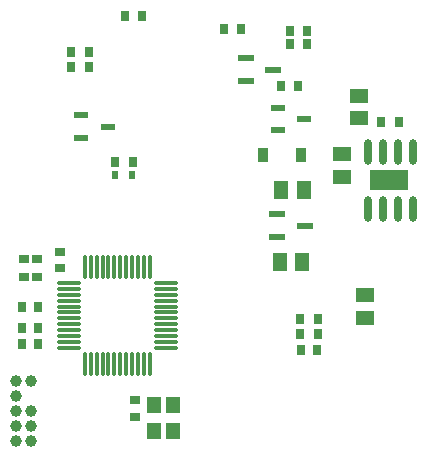
<source format=gtp>
G04*
G04 #@! TF.GenerationSoftware,Altium Limited,Altium Designer,21.6.1 (37)*
G04*
G04 Layer_Color=8421504*
%FSLAX25Y25*%
%MOIN*%
G70*
G04*
G04 #@! TF.SameCoordinates,5EA0F2DE-1706-4193-BDFD-DA62A5601E92*
G04*
G04*
G04 #@! TF.FilePolarity,Positive*
G04*
G01*
G75*
%ADD19O,0.02362X0.08661*%
%ADD20R,0.12992X0.07087*%
%ADD21R,0.04528X0.02362*%
%ADD22R,0.03543X0.03150*%
%ADD23C,0.03937*%
%ADD24R,0.05709X0.02362*%
%ADD25R,0.03600X0.04800*%
%ADD26R,0.03150X0.03543*%
%ADD27R,0.02756X0.03543*%
%ADD28R,0.05906X0.05118*%
%ADD29R,0.05118X0.05906*%
%ADD30R,0.03543X0.02756*%
%ADD31R,0.02362X0.03150*%
%ADD32O,0.01181X0.08268*%
%ADD33O,0.08268X0.01181*%
%ADD34R,0.04724X0.05512*%
D19*
X67494Y32549D02*
D03*
X62494Y32549D02*
D03*
X57494Y32549D02*
D03*
X52494Y32549D02*
D03*
X67494Y13651D02*
D03*
X62494Y13651D02*
D03*
X57494Y13651D02*
D03*
X52494Y13651D02*
D03*
D20*
X59600Y23100D02*
D03*
D21*
X-42929Y44740D02*
D03*
X-42929Y37260D02*
D03*
X-34071Y41000D02*
D03*
X31429Y43500D02*
D03*
X22571Y39760D02*
D03*
X22571Y47240D02*
D03*
D22*
X-50000Y-6256D02*
D03*
X-50000Y-744D02*
D03*
X-25000Y-55756D02*
D03*
X-25000Y-50244D02*
D03*
D23*
X-59685Y-43841D02*
D03*
X-59685Y-63841D02*
D03*
X-59685Y-58841D02*
D03*
X-59685Y-53841D02*
D03*
X-64685Y-43841D02*
D03*
X-64685Y-48841D02*
D03*
X-64685Y-53841D02*
D03*
X-64685Y-58841D02*
D03*
X-64685Y-63841D02*
D03*
D24*
X21126Y60000D02*
D03*
X11874Y56260D02*
D03*
X11874Y63740D02*
D03*
X31626Y8000D02*
D03*
X22374Y4260D02*
D03*
X22374Y11740D02*
D03*
D25*
X30450Y31500D02*
D03*
X17550Y31500D02*
D03*
D26*
X30244Y-33500D02*
D03*
X35756Y-33500D02*
D03*
X-22744Y78000D02*
D03*
X-28256Y78000D02*
D03*
X-62756Y-26000D02*
D03*
X-57244Y-26000D02*
D03*
X-62756Y-31500D02*
D03*
X-57244Y-31500D02*
D03*
X-62756Y-19000D02*
D03*
X-57244Y-19000D02*
D03*
D27*
X29453Y54500D02*
D03*
X23547Y54500D02*
D03*
X62953Y42400D02*
D03*
X57047Y42400D02*
D03*
X35953Y-28000D02*
D03*
X30047Y-28000D02*
D03*
X35953Y-23000D02*
D03*
X30047Y-23000D02*
D03*
X4547Y73500D02*
D03*
X10453Y73500D02*
D03*
X32453Y68500D02*
D03*
X26547Y68500D02*
D03*
X26547Y73000D02*
D03*
X32453Y73000D02*
D03*
X-40354Y65945D02*
D03*
X-46260Y65945D02*
D03*
X-46260Y61024D02*
D03*
X-40354Y61024D02*
D03*
X-31653Y29200D02*
D03*
X-25747Y29200D02*
D03*
D28*
X49500Y51240D02*
D03*
X49500Y43760D02*
D03*
X44000Y31740D02*
D03*
X44000Y24260D02*
D03*
X51700Y-22740D02*
D03*
X51700Y-15260D02*
D03*
D29*
X30740Y-4000D02*
D03*
X23260Y-4000D02*
D03*
X23760Y20000D02*
D03*
X31240Y20000D02*
D03*
D30*
X-62185Y-3112D02*
D03*
X-62185Y-9018D02*
D03*
X-57785Y-3112D02*
D03*
X-57785Y-9018D02*
D03*
D31*
X-31654Y24800D02*
D03*
X-25946Y24800D02*
D03*
D32*
X-41762Y-5793D02*
D03*
X-39793Y-5793D02*
D03*
X-37825Y-5793D02*
D03*
X-35856Y-5793D02*
D03*
X-33888Y-5793D02*
D03*
X-31919Y-5793D02*
D03*
X-29951Y-5793D02*
D03*
X-27982Y-5793D02*
D03*
X-26014Y-5793D02*
D03*
X-24045Y-5793D02*
D03*
X-22077Y-5793D02*
D03*
X-20108Y-5793D02*
D03*
X-20108Y-38077D02*
D03*
X-22077Y-38077D02*
D03*
X-24045Y-38077D02*
D03*
X-26014Y-38077D02*
D03*
X-27982Y-38077D02*
D03*
X-29951Y-38077D02*
D03*
X-31919Y-38077D02*
D03*
X-33888Y-38077D02*
D03*
X-35856Y-38077D02*
D03*
X-37825Y-38077D02*
D03*
X-39793Y-38077D02*
D03*
X-41762Y-38077D02*
D03*
D33*
X-14793Y-11108D02*
D03*
X-14793Y-13077D02*
D03*
X-14793Y-15045D02*
D03*
X-14793Y-17014D02*
D03*
X-14793Y-18982D02*
D03*
X-14793Y-20951D02*
D03*
X-14793Y-22919D02*
D03*
X-14793Y-24888D02*
D03*
X-14793Y-26856D02*
D03*
X-14793Y-28825D02*
D03*
X-14793Y-30793D02*
D03*
X-14793Y-32762D02*
D03*
X-47077Y-32762D02*
D03*
X-47077Y-30793D02*
D03*
X-47077Y-28825D02*
D03*
X-47077Y-26856D02*
D03*
X-47077Y-24888D02*
D03*
X-47077Y-22919D02*
D03*
X-47077Y-20951D02*
D03*
X-47077Y-18982D02*
D03*
X-47077Y-17014D02*
D03*
X-47077Y-15045D02*
D03*
X-47077Y-13077D02*
D03*
X-47077Y-11108D02*
D03*
D34*
X-18650Y-51669D02*
D03*
X-12350Y-51669D02*
D03*
X-12350Y-60331D02*
D03*
X-18650Y-60331D02*
D03*
M02*

</source>
